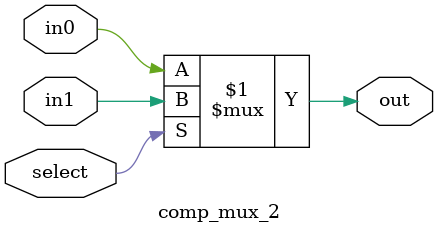
<source format=v>
module comp_mux_2(out, select, in0, in1);
input select;
input in0, in1;
output out;
assign out = select ? in1 : in0;
endmodule
</source>
